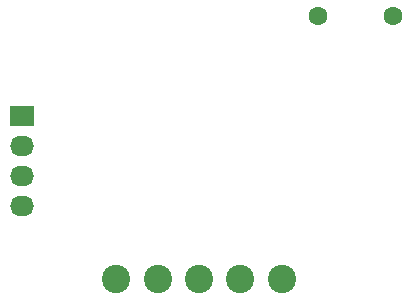
<source format=gbl>
G04 #@! TF.FileFunction,Copper,L2,Bot,Signal*
%FSLAX46Y46*%
G04 Gerber Fmt 4.6, Leading zero omitted, Abs format (unit mm)*
G04 Created by KiCad (PCBNEW 4.0.2+dfsg1-stable) date Fri 07 Oct 2016 10:28:56 BST*
%MOMM*%
G01*
G04 APERTURE LIST*
%ADD10C,0.150000*%
%ADD11C,1.600200*%
%ADD12C,2.400000*%
%ADD13R,2.032000X1.727200*%
%ADD14O,2.032000X1.727200*%
G04 APERTURE END LIST*
D10*
D11*
X168400000Y-103800000D03*
X162050000Y-103800000D03*
D12*
X145000000Y-126000000D03*
X159000000Y-126000000D03*
X148500000Y-126000000D03*
X155500000Y-126000000D03*
X152000000Y-126000000D03*
D13*
X137000000Y-112190000D03*
D14*
X137000000Y-114730000D03*
X137000000Y-117270000D03*
X137000000Y-119810000D03*
M02*

</source>
